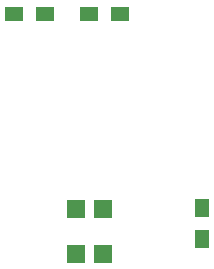
<source format=gbp>
G04 #@! TF.FileFunction,Paste,Bot*
%FSLAX46Y46*%
G04 Gerber Fmt 4.6, Leading zero omitted, Abs format (unit mm)*
G04 Created by KiCad (PCBNEW 0.201506232253+5814~23~ubuntu14.04.1-product) date Mon 29 Jun 2015 10:40:57 AM CDT*
%MOMM*%
G01*
G04 APERTURE LIST*
%ADD10C,0.100000*%
%ADD11R,1.498600X1.498600*%
%ADD12R,1.198880X1.501140*%
%ADD13R,1.501140X1.198880*%
G04 APERTURE END LIST*
D10*
D11*
X140850620Y-116840000D03*
X138549380Y-116840000D03*
D12*
X149225000Y-119410480D03*
X149225000Y-116809520D03*
D11*
X140850620Y-120650000D03*
X138549380Y-120650000D03*
D13*
X142270480Y-100330000D03*
X139669520Y-100330000D03*
X135920480Y-100330000D03*
X133319520Y-100330000D03*
M02*

</source>
